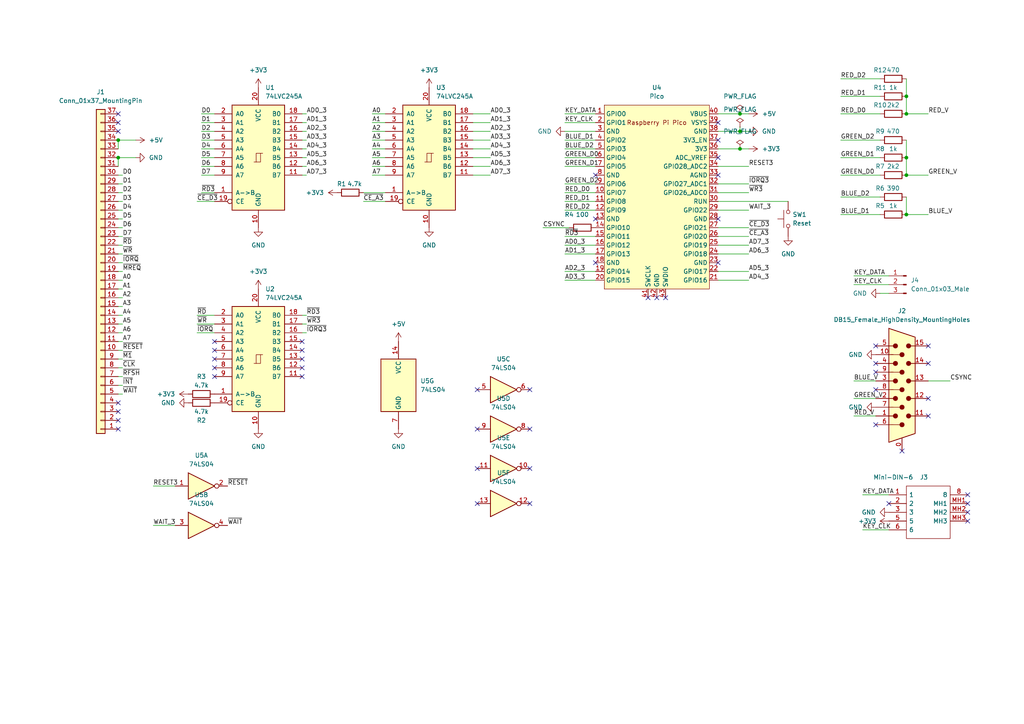
<source format=kicad_sch>
(kicad_sch (version 20211123) (generator eeschema)
  (paper "A4")
  (lib_symbols
    (symbol "74xx:74LS04"
      (property "Reference" "U" (at 0 1.27 0))
      (property "Value" "74LS04" (at 0 -1.27 0))
      (symbol "74LS04_1_0"
        (polyline (pts (xy -3.81 3.81) (xy -3.81 -3.81) (xy 3.81 0) (xy -3.81 3.81)) (stroke (width 0.254)) (fill (type background)))
        (pin input line (at -7.62 0 0) (length 3.81) (name "~") (number "1"))
        (pin output inverted (at 7.62 0 180) (length 3.81) (name "~") (number "2"))
      )
      (symbol "74LS04_2_0"
        (polyline (pts (xy -3.81 3.81) (xy -3.81 -3.81) (xy 3.81 0) (xy -3.81 3.81)) (stroke (width 0.254)) (fill (type background)))
        (pin input line (at -7.62 0 0) (length 3.81) (name "~") (number "3"))
        (pin output inverted (at 7.62 0 180) (length 3.81) (name "~") (number "4"))
      )
      (symbol "74LS04_3_0"
        (polyline (pts (xy -3.81 3.81) (xy -3.81 -3.81) (xy 3.81 0) (xy -3.81 3.81)) (stroke (width 0.254)) (fill (type background)))
        (pin input line (at -7.62 0 0) (length 3.81) (name "~") (number "5"))
        (pin output inverted (at 7.62 0 180) (length 3.81) (name "~") (number "6"))
      )
      (symbol "74LS04_4_0"
        (polyline (pts (xy -3.81 3.81) (xy -3.81 -3.81) (xy 3.81 0) (xy -3.81 3.81)) (stroke (width 0.254)) (fill (type background)))
        (pin output inverted (at 7.62 0 180) (length 3.81) (name "~") (number "8"))
        (pin input line (at -7.62 0 0) (length 3.81) (name "~") (number "9"))
      )
      (symbol "74LS04_5_0"
        (polyline (pts (xy -3.81 3.81) (xy -3.81 -3.81) (xy 3.81 0) (xy -3.81 3.81)) (stroke (width 0.254)) (fill (type background)))
        (pin output inverted (at 7.62 0 180) (length 3.81) (name "~") (number "10"))
        (pin input line (at -7.62 0 0) (length 3.81) (name "~") (number "11"))
      )
      (symbol "74LS04_6_0"
        (polyline (pts (xy -3.81 3.81) (xy -3.81 -3.81) (xy 3.81 0) (xy -3.81 3.81)) (stroke (width 0.254)) (fill (type background)))
        (pin output inverted (at 7.62 0 180) (length 3.81) (name "~") (number "12"))
        (pin input line (at -7.62 0 0) (length 3.81) (name "~") (number "13"))
      )
      (symbol "74LS04_7_0"
        (pin power_in line (at 0 12.7 270) (length 5.08) (name "VCC") (number "14"))
        (pin power_in line (at 0 -12.7 90) (length 5.08) (name "GND") (number "7"))
      )
      (symbol "74LS04_7_1"
        (rectangle (start -5.08 7.62) (end 5.08 -7.62) (stroke (width 0.254)) (fill (type background)))
      )
    )
    (symbol "74xx:74LS245" (pin_names (offset 1.016))
      (property "Reference" "U" (at -7.62 16.51 0))
      (property "Value" "74LS245" (at -7.62 -16.51 0))
      (symbol "74LS245_1_0"
        (polyline (pts (xy -0.635 -1.27) (xy -0.635 1.27) (xy 0.635 1.27)))
        (polyline (pts (xy -1.27 -1.27) (xy 0.635 -1.27) (xy 0.635 1.27) (xy 1.27 1.27)))
        (pin input line (at -12.7 -10.16 0) (length 5.08) (name "A->B") (number "1"))
        (pin power_in line (at 0 -20.32 90) (length 5.08) (name "GND") (number "10"))
        (pin tri_state line (at 12.7 -5.08 180) (length 5.08) (name "B7") (number "11"))
        (pin tri_state line (at 12.7 -2.54 180) (length 5.08) (name "B6") (number "12"))
        (pin tri_state line (at 12.7 0 180) (length 5.08) (name "B5") (number "13"))
        (pin tri_state line (at 12.7 2.54 180) (length 5.08) (name "B4") (number "14"))
        (pin tri_state line (at 12.7 5.08 180) (length 5.08) (name "B3") (number "15"))
        (pin tri_state line (at 12.7 7.62 180) (length 5.08) (name "B2") (number "16"))
        (pin tri_state line (at 12.7 10.16 180) (length 5.08) (name "B1") (number "17"))
        (pin tri_state line (at 12.7 12.7 180) (length 5.08) (name "B0") (number "18"))
        (pin input inverted (at -12.7 -12.7 0) (length 5.08) (name "CE") (number "19"))
        (pin tri_state line (at -12.7 12.7 0) (length 5.08) (name "A0") (number "2"))
        (pin power_in line (at 0 20.32 270) (length 5.08) (name "VCC") (number "20"))
        (pin tri_state line (at -12.7 10.16 0) (length 5.08) (name "A1") (number "3"))
        (pin tri_state line (at -12.7 7.62 0) (length 5.08) (name "A2") (number "4"))
        (pin tri_state line (at -12.7 5.08 0) (length 5.08) (name "A3") (number "5"))
        (pin tri_state line (at -12.7 2.54 0) (length 5.08) (name "A4") (number "6"))
        (pin tri_state line (at -12.7 0 0) (length 5.08) (name "A5") (number "7"))
        (pin tri_state line (at -12.7 -2.54 0) (length 5.08) (name "A6") (number "8"))
        (pin tri_state line (at -12.7 -5.08 0) (length 5.08) (name "A7") (number "9"))
      )
      (symbol "74LS245_1_1"
        (rectangle (start -7.62 15.24) (end 7.62 -15.24) (stroke (width 0.254)) (fill (type background)))
      )
    )
    (symbol "Connector:Conn_01x03_Male" (pin_names (offset 1.016) hide)
      (property "Reference" "J" (at 0 5.08 0))
      (property "Value" "Conn_01x03_Male" (at 0 -5.08 0))
      (symbol "Conn_01x03_Male_1_1"
        (polyline (pts (xy 1.27 -2.54) (xy 0.8636 -2.54)) (stroke (width 0.1524)))
        (polyline (pts (xy 1.27 0) (xy 0.8636 0)) (stroke (width 0.1524)))
        (polyline (pts (xy 1.27 2.54) (xy 0.8636 2.54)) (stroke (width 0.1524)))
        (rectangle (start 0.8636 -2.413) (end 0 -2.667) (stroke (width 0.1524)) (fill (type outline)))
        (rectangle (start 0.8636 0.127) (end 0 -0.127) (stroke (width 0.1524)) (fill (type outline)))
        (rectangle (start 0.8636 2.667) (end 0 2.413) (stroke (width 0.1524)) (fill (type outline)))
        (pin passive line (at 5.08 2.54 180) (length 3.81) (name "Pin_1") (number "1"))
        (pin passive line (at 5.08 0 180) (length 3.81) (name "Pin_2") (number "2"))
        (pin passive line (at 5.08 -2.54 180) (length 3.81) (name "Pin_3") (number "3"))
      )
    )
    (symbol "Connector:DB15_Male_HighDensity_MountingHoles" (pin_names (offset 1.016) hide)
      (property "Reference" "J" (at 0 21.59 0))
      (property "Value" "DB15_Male_HighDensity_MountingHoles" (at 0 19.05 0))
      (symbol "DB15_Male_HighDensity_MountingHoles_0_1"
        (circle (center -1.905 -7.62) (radius 0.635) (fill (type outline)))
        (circle (center -1.905 -2.54) (radius 0.635) (fill (type outline)))
        (circle (center -1.905 2.54) (radius 0.635) (fill (type outline)))
        (circle (center -1.905 7.62) (radius 0.635) (fill (type outline)))
        (circle (center -1.905 12.7) (radius 0.635) (fill (type outline)))
        (circle (center 0 -10.16) (radius 0.635) (fill (type outline)))
        (circle (center 0 -5.08) (radius 0.635) (fill (type outline)))
        (polyline (pts (xy -3.175 -5.08) (xy -0.635 -5.08)))
        (polyline (pts (xy -0.635 -10.16) (xy -3.175 -10.16)))
        (polyline (pts (xy -0.635 0) (xy -3.175 0)))
        (polyline (pts (xy -0.635 5.08) (xy -3.175 5.08)))
        (polyline (pts (xy -0.635 10.16) (xy -3.175 10.16)))
        (polyline (pts (xy -3.81 17.78) (xy -3.81 -15.24) (xy 3.81 -12.7) (xy 3.81 15.24) (xy -3.81 17.78)) (stroke (width 0.254)) (fill (type background)))
        (circle (center 0 0) (radius 0.635) (fill (type outline)))
        (circle (center 0 5.08) (radius 0.635) (fill (type outline)))
        (circle (center 0 10.16) (radius 0.635) (fill (type outline)))
        (circle (center 1.905 -7.62) (radius 0.635) (fill (type outline)))
        (circle (center 1.905 -2.54) (radius 0.635) (fill (type outline)))
        (circle (center 1.905 2.54) (radius 0.635) (fill (type outline)))
        (circle (center 1.905 7.62) (radius 0.635) (fill (type outline)))
        (circle (center 1.905 12.7) (radius 0.635) (fill (type outline)))
      )
      (symbol "DB15_Male_HighDensity_MountingHoles_1_1"
        (pin passive line (at 0 -17.78 90) (length 3.81) (name "~") (number "0"))
        (pin passive line (at -7.62 -7.62 0) (length 5.08) (name "~") (number "1"))
        (pin passive line (at -7.62 10.16 0) (length 5.08) (name "~") (number "10"))
        (pin passive line (at 7.62 -7.62 180) (length 5.08) (name "~") (number "11"))
        (pin passive line (at 7.62 -2.54 180) (length 5.08) (name "~") (number "12"))
        (pin passive line (at 7.62 2.54 180) (length 5.08) (name "~") (number "13"))
        (pin passive line (at 7.62 7.62 180) (length 5.08) (name "~") (number "14"))
        (pin passive line (at 7.62 12.7 180) (length 5.08) (name "~") (number "15"))
        (pin passive line (at -7.62 -2.54 0) (length 5.08) (name "~") (number "2"))
        (pin passive line (at -7.62 2.54 0) (length 5.08) (name "~") (number "3"))
        (pin passive line (at -7.62 7.62 0) (length 5.08) (name "~") (number "4"))
        (pin passive line (at -7.62 12.7 0) (length 5.08) (name "~") (number "5"))
        (pin passive line (at -7.62 -10.16 0) (length 5.08) (name "~") (number "6"))
        (pin passive line (at -7.62 -5.08 0) (length 5.08) (name "~") (number "7"))
        (pin passive line (at -7.62 0 0) (length 5.08) (name "~") (number "8"))
        (pin passive line (at -7.62 5.08 0) (length 5.08) (name "~") (number "9"))
      )
    )
    (symbol "Connector_Generic:Conn_01x37" (pin_names (offset 1.016) hide)
      (property "Reference" "J" (at 0 48.26 0))
      (property "Value" "Conn_01x37" (at 0 -48.26 0))
      (symbol "Conn_01x37_1_1"
        (rectangle (start -1.27 -45.593) (end 0 -45.847) (stroke (width 0.1524)))
        (rectangle (start -1.27 -43.053) (end 0 -43.307) (stroke (width 0.1524)))
        (rectangle (start -1.27 -40.513) (end 0 -40.767) (stroke (width 0.1524)))
        (rectangle (start -1.27 -37.973) (end 0 -38.227) (stroke (width 0.1524)))
        (rectangle (start -1.27 -35.433) (end 0 -35.687) (stroke (width 0.1524)))
        (rectangle (start -1.27 -32.893) (end 0 -33.147) (stroke (width 0.1524)))
        (rectangle (start -1.27 -30.353) (end 0 -30.607) (stroke (width 0.1524)))
        (rectangle (start -1.27 -27.813) (end 0 -28.067) (stroke (width 0.1524)))
        (rectangle (start -1.27 -25.273) (end 0 -25.527) (stroke (width 0.1524)))
        (rectangle (start -1.27 -22.733) (end 0 -22.987) (stroke (width 0.1524)))
        (rectangle (start -1.27 -20.193) (end 0 -20.447) (stroke (width 0.1524)))
        (rectangle (start -1.27 -17.653) (end 0 -17.907) (stroke (width 0.1524)))
        (rectangle (start -1.27 -15.113) (end 0 -15.367) (stroke (width 0.1524)))
        (rectangle (start -1.27 -12.573) (end 0 -12.827) (stroke (width 0.1524)))
        (rectangle (start -1.27 -10.033) (end 0 -10.287) (stroke (width 0.1524)))
        (rectangle (start -1.27 -7.493) (end 0 -7.747) (stroke (width 0.1524)))
        (rectangle (start -1.27 -4.953) (end 0 -5.207) (stroke (width 0.1524)))
        (rectangle (start -1.27 -2.413) (end 0 -2.667) (stroke (width 0.1524)))
        (rectangle (start -1.27 0.127) (end 0 -0.127) (stroke (width 0.1524)))
        (rectangle (start -1.27 2.667) (end 0 2.413) (stroke (width 0.1524)))
        (rectangle (start -1.27 5.207) (end 0 4.953) (stroke (width 0.1524)))
        (rectangle (start -1.27 7.747) (end 0 7.493) (stroke (width 0.1524)))
        (rectangle (start -1.27 10.287) (end 0 10.033) (stroke (width 0.1524)))
        (rectangle (start -1.27 12.827) (end 0 12.573) (stroke (width 0.1524)))
        (rectangle (start -1.27 15.367) (end 0 15.113) (stroke (width 0.1524)))
        (rectangle (start -1.27 17.907) (end 0 17.653) (stroke (width 0.1524)))
        (rectangle (start -1.27 20.447) (end 0 20.193) (stroke (width 0.1524)))
        (rectangle (start -1.27 22.987) (end 0 22.733) (stroke (width 0.1524)))
        (rectangle (start -1.27 25.527) (end 0 25.273) (stroke (width 0.1524)))
        (rectangle (start -1.27 28.067) (end 0 27.813) (stroke (width 0.1524)))
        (rectangle (start -1.27 30.607) (end 0 30.353) (stroke (width 0.1524)))
        (rectangle (start -1.27 33.147) (end 0 32.893) (stroke (width 0.1524)))
        (rectangle (start -1.27 35.687) (end 0 35.433) (stroke (width 0.1524)))
        (rectangle (start -1.27 38.227) (end 0 37.973) (stroke (width 0.1524)))
        (rectangle (start -1.27 40.767) (end 0 40.513) (stroke (width 0.1524)))
        (rectangle (start -1.27 43.307) (end 0 43.053) (stroke (width 0.1524)))
        (rectangle (start -1.27 45.847) (end 0 45.593) (stroke (width 0.1524)))
        (rectangle (start -1.27 46.99) (end 1.27 -46.99) (stroke (width 0.254)) (fill (type background)))
        (pin passive line (at -5.08 45.72 0) (length 3.81) (name "Pin_1") (number "1"))
        (pin passive line (at -5.08 22.86 0) (length 3.81) (name "Pin_10") (number "10"))
        (pin passive line (at -5.08 20.32 0) (length 3.81) (name "Pin_11") (number "11"))
        (pin passive line (at -5.08 17.78 0) (length 3.81) (name "Pin_12") (number "12"))
        (pin passive line (at -5.08 15.24 0) (length 3.81) (name "Pin_13") (number "13"))
        (pin passive line (at -5.08 12.7 0) (length 3.81) (name "Pin_14") (number "14"))
        (pin passive line (at -5.08 10.16 0) (length 3.81) (name "Pin_15") (number "15"))
        (pin passive line (at -5.08 7.62 0) (length 3.81) (name "Pin_16") (number "16"))
        (pin passive line (at -5.08 5.08 0) (length 3.81) (name "Pin_17") (number "17"))
        (pin passive line (at -5.08 2.54 0) (length 3.81) (name "Pin_18") (number "18"))
        (pin passive line (at -5.08 0 0) (length 3.81) (name "Pin_19") (number "19"))
        (pin passive line (at -5.08 43.18 0) (length 3.81) (name "Pin_2") (number "2"))
        (pin passive line (at -5.08 -2.54 0) (length 3.81) (name "Pin_20") (number "20"))
        (pin passive line (at -5.08 -5.08 0) (length 3.81) (name "Pin_21") (number "21"))
        (pin passive line (at -5.08 -7.62 0) (length 3.81) (name "Pin_22") (number "22"))
        (pin passive line (at -5.08 -10.16 0) (length 3.81) (name "Pin_23") (number "23"))
        (pin passive line (at -5.08 -12.7 0) (length 3.81) (name "Pin_24") (number "24"))
        (pin passive line (at -5.08 -15.24 0) (length 3.81) (name "Pin_25") (number "25"))
        (pin passive line (at -5.08 -17.78 0) (length 3.81) (name "Pin_26") (number "26"))
        (pin passive line (at -5.08 -20.32 0) (length 3.81) (name "Pin_27") (number "27"))
        (pin passive line (at -5.08 -22.86 0) (length 3.81) (name "Pin_28") (number "28"))
        (pin passive line (at -5.08 -25.4 0) (length 3.81) (name "Pin_29") (number "29"))
        (pin passive line (at -5.08 40.64 0) (length 3.81) (name "Pin_3") (number "3"))
        (pin passive line (at -5.08 -27.94 0) (length 3.81) (name "Pin_30") (number "30"))
        (pin passive line (at -5.08 -30.48 0) (length 3.81) (name "Pin_31") (number "31"))
        (pin passive line (at -5.08 -33.02 0) (length 3.81) (name "Pin_32") (number "32"))
        (pin passive line (at -5.08 -35.56 0) (length 3.81) (name "Pin_33") (number "33"))
        (pin passive line (at -5.08 -38.1 0) (length 3.81) (name "Pin_34") (number "34"))
        (pin passive line (at -5.08 -40.64 0) (length 3.81) (name "Pin_35") (number "35"))
        (pin passive line (at -5.08 -43.18 0) (length 3.81) (name "Pin_36") (number "36"))
        (pin passive line (at -5.08 -45.72 0) (length 3.81) (name "Pin_37") (number "37"))
        (pin passive line (at -5.08 38.1 0) (length 3.81) (name "Pin_4") (number "4"))
        (pin passive line (at -5.08 35.56 0) (length 3.81) (name "Pin_5") (number "5"))
        (pin passive line (at -5.08 33.02 0) (length 3.81) (name "Pin_6") (number "6"))
        (pin passive line (at -5.08 30.48 0) (length 3.81) (name "Pin_7") (number "7"))
        (pin passive line (at -5.08 27.94 0) (length 3.81) (name "Pin_8") (number "8"))
        (pin passive line (at -5.08 25.4 0) (length 3.81) (name "Pin_9") (number "9"))
      )
    )
    (symbol "Device:R" (pin_numbers hide) (pin_names (offset 0))
      (property "Reference" "R" (at 2.032 0 90))
      (property "Value" "R" (at 0 0 90))
      (symbol "R_0_1"
        (rectangle (start -1.016 -2.54) (end 1.016 2.54) (stroke (width 0.254)))
      )
      (symbol "R_1_1"
        (pin passive line (at 0 3.81 270) (length 1.27) (name "~") (number "1"))
        (pin passive line (at 0 -3.81 90) (length 1.27) (name "~") (number "2"))
      )
    )
    (symbol "KMDGX-6S-BS:KMDGX-6S-BS" (pin_names (offset 0.762))
      (property "Reference" "J" (at 19.05 7.62 0))
      (property "Value" "KMDGX-6S-BS" (at 19.05 5.08 0))
      (symbol "KMDGX-6S-BS_0_0"
        (pin passive line (at 0 0 0) (length 5.08) (name "1") (number "1"))
        (pin passive line (at 0 -2.54 0) (length 5.08) (name "2") (number "2"))
        (pin passive line (at 0 -5.08 0) (length 5.08) (name "3") (number "3"))
        (pin passive line (at 0 -7.62 0) (length 5.08) (name "5") (number "5"))
        (pin passive line (at 0 -10.16 0) (length 5.08) (name "6") (number "6"))
        (pin passive line (at 22.86 0 180) (length 5.08) (name "8") (number "8"))
        (pin passive line (at 22.86 -2.54 180) (length 5.08) (name "MH1") (number "MH1"))
        (pin passive line (at 22.86 -5.08 180) (length 5.08) (name "MH2") (number "MH2"))
        (pin passive line (at 22.86 -7.62 180) (length 5.08) (name "MH3") (number "MH3"))
      )
      (symbol "KMDGX-6S-BS_0_1"
        (polyline (pts (xy 5.08 2.54) (xy 17.78 2.54) (xy 17.78 -12.7) (xy 5.08 -12.7) (xy 5.08 2.54)) (stroke (width 0.1524)))
      )
    )
    (symbol "MCU_RaspberryPi_and_Boards:Pico"
      (property "Reference" "U" (at -13.97 27.94 0))
      (property "Value" "Pico" (at 0 19.05 0))
      (symbol "Pico_0_0"
        (text "Raspberry Pi Pico" (at 0 21.59 0) (effects (font (size 1.27 1.27))))
      )
      (symbol "Pico_0_1"
        (rectangle (start -15.24 26.67) (end 15.24 -26.67) (fill (type background)))
      )
      (symbol "Pico_1_1"
        (pin bidirectional line (at -17.78 24.13 0) (length 2.54) (name "GPIO0") (number "1"))
        (pin bidirectional line (at -17.78 1.27 0) (length 2.54) (name "GPIO7") (number "10"))
        (pin bidirectional line (at -17.78 -1.27 0) (length 2.54) (name "GPIO8") (number "11"))
        (pin bidirectional line (at -17.78 -3.81 0) (length 2.54) (name "GPIO9") (number "12"))
        (pin power_in line (at -17.78 -6.35 0) (length 2.54) (name "GND") (number "13"))
        (pin bidirectional line (at -17.78 -8.89 0) (length 2.54) (name "GPIO10") (number "14"))
        (pin bidirectional line (at -17.78 -11.43 0) (length 2.54) (name "GPIO11") (number "15"))
        (pin bidirectional line (at -17.78 -13.97 0) (length 2.54) (name "GPIO12") (number "16"))
        (pin bidirectional line (at -17.78 -16.51 0) (length 2.54) (name "GPIO13") (number "17"))
        (pin power_in line (at -17.78 -19.05 0) (length 2.54) (name "GND") (number "18"))
        (pin bidirectional line (at -17.78 -21.59 0) (length 2.54) (name "GPIO14") (number "19"))
        (pin bidirectional line (at -17.78 21.59 0) (length 2.54) (name "GPIO1") (number "2"))
        (pin bidirectional line (at -17.78 -24.13 0) (length 2.54) (name "GPIO15") (number "20"))
        (pin bidirectional line (at 17.78 -24.13 180) (length 2.54) (name "GPIO16") (number "21"))
        (pin bidirectional line (at 17.78 -21.59 180) (length 2.54) (name "GPIO17") (number "22"))
        (pin power_in line (at 17.78 -19.05 180) (length 2.54) (name "GND") (number "23"))
        (pin bidirectional line (at 17.78 -16.51 180) (length 2.54) (name "GPIO18") (number "24"))
        (pin bidirectional line (at 17.78 -13.97 180) (length 2.54) (name "GPIO19") (number "25"))
        (pin bidirectional line (at 17.78 -11.43 180) (length 2.54) (name "GPIO20") (number "26"))
        (pin bidirectional line (at 17.78 -8.89 180) (length 2.54) (name "GPIO21") (number "27"))
        (pin power_in line (at 17.78 -6.35 180) (length 2.54) (name "GND") (number "28"))
        (pin bidirectional line (at 17.78 -3.81 180) (length 2.54) (name "GPIO22") (number "29"))
        (pin power_in line (at -17.78 19.05 0) (length 2.54) (name "GND") (number "3"))
        (pin input line (at 17.78 -1.27 180) (length 2.54) (name "RUN") (number "30"))
        (pin bidirectional line (at 17.78 1.27 180) (length 2.54) (name "GPIO26_ADC0") (number "31"))
        (pin bidirectional line (at 17.78 3.81 180) (length 2.54) (name "GPIO27_ADC1") (number "32"))
        (pin power_in line (at 17.78 6.35 180) (length 2.54) (name "AGND") (number "33"))
        (pin bidirectional line (at 17.78 8.89 180) (length 2.54) (name "GPIO28_ADC2") (number "34"))
        (pin power_in line (at 17.78 11.43 180) (length 2.54) (name "ADC_VREF") (number "35"))
        (pin power_in line (at 17.78 13.97 180) (length 2.54) (name "3V3") (number "36"))
        (pin input line (at 17.78 16.51 180) (length 2.54) (name "3V3_EN") (number "37"))
        (pin power_in line (at 17.78 19.05 180) (length 2.54) (name "GND") (number "38"))
        (pin power_in line (at 17.78 21.59 180) (length 2.54) (name "VSYS") (number "39"))
        (pin bidirectional line (at -17.78 16.51 0) (length 2.54) (name "GPIO2") (number "4"))
        (pin power_in line (at 17.78 24.13 180) (length 2.54) (name "VBUS") (number "40"))
        (pin input line (at -2.54 -29.21 90) (length 2.54) (name "SWCLK") (number "41"))
        (pin power_in line (at 0 -29.21 90) (length 2.54) (name "GND") (number "42"))
        (pin bidirectional line (at 2.54 -29.21 90) (length 2.54) (name "SWDIO") (number "43"))
        (pin bidirectional line (at -17.78 13.97 0) (length 2.54) (name "GPIO3") (number "5"))
        (pin bidirectional line (at -17.78 11.43 0) (length 2.54) (name "GPIO4") (number "6"))
        (pin bidirectional line (at -17.78 8.89 0) (length 2.54) (name "GPIO5") (number "7"))
        (pin power_in line (at -17.78 6.35 0) (length 2.54) (name "GND") (number "8"))
        (pin bidirectional line (at -17.78 3.81 0) (length 2.54) (name "GPIO6") (number "9"))
      )
    )
    (symbol "Switch:SW_Push" (pin_numbers hide) (pin_names (offset 1.016) hide)
      (property "Reference" "SW" (at 1.27 2.54 0))
      (property "Value" "SW_Push" (at 0 -1.524 0))
      (symbol "SW_Push_0_1"
        (circle (center -2.032 0) (radius 0.508))
        (polyline (pts (xy 0 1.27) (xy 0 3.048)))
        (polyline (pts (xy 2.54 1.27) (xy -2.54 1.27)))
        (circle (center 2.032 0) (radius 0.508))
        (pin passive line (at -5.08 0 0) (length 2.54) (name "1") (number "1"))
        (pin passive line (at 5.08 0 180) (length 2.54) (name "2") (number "2"))
      )
    )
    (symbol "power:+3.3V" (power) (pin_names (offset 0))
      (property "Value" "+3.3V" (at 0 3.556 0))
      (symbol "+3.3V_0_1"
        (polyline (pts (xy -0.762 1.27) (xy 0 2.54)))
        (polyline (pts (xy 0 0) (xy 0 2.54)))
        (polyline (pts (xy 0 2.54) (xy 0.762 1.27)))
      )
      (symbol "+3.3V_1_1"
        (pin power_in line (at 0 0 90) (length 0) hide (name "+3V3") (number "1"))
      )
    )
    (symbol "power:+5V" (power) (pin_names (offset 0))
      (property "Value" "+5V" (at 0 3.556 0))
      (symbol "+5V_0_1"
        (polyline (pts (xy -0.762 1.27) (xy 0 2.54)))
        (polyline (pts (xy 0 0) (xy 0 2.54)))
        (polyline (pts (xy 0 2.54) (xy 0.762 1.27)))
      )
      (symbol "+5V_1_1"
        (pin power_in line (at 0 0 90) (length 0) hide (name "+5V") (number "1"))
      )
    )
    (symbol "power:GND" (power) (pin_names (offset 0))
      (property "Value" "GND" (at 0 -3.81 0))
      (symbol "GND_0_1"
        (polyline (pts (xy 0 0) (xy 0 -1.27) (xy 1.27 -1.27) (xy 0 -2.54) (xy -1.27 -1.27) (xy 0 -1.27)))
      )
      (symbol "GND_1_1"
        (pin power_in line (at 0 0 270) (length 0) hide (name "GND") (number "1"))
      )
    )
    (symbol "power:PWR_FLAG" (power) (pin_numbers hide) (pin_names (offset 0) hide)
      (property "Value" "PWR_FLAG" (at 0 3.81 0))
      (symbol "PWR_FLAG_0_0"
        (pin power_out line (at 0 0 90) (length 0) (name "pwr") (number "1"))
      )
      (symbol "PWR_FLAG_0_1"
        (polyline (pts (xy 0 0) (xy 0 1.27) (xy -1.016 1.905) (xy 0 2.54) (xy 1.016 1.905) (xy 0 1.27)))
      )
    )
  )
  (junction (at 262.89 45.72))
  (junction (at 262.89 50.8))
  (junction (at 262.89 27.94))
  (junction (at 34.29 45.72))
  (junction (at 34.29 40.64))
  (junction (at 214.63 38.1))
  (junction (at 262.89 62.23))
  (junction (at 214.63 43.18))
  (junction (at 214.63 33.02))
  (junction (at 262.89 33.02))
  (no_connect (at 280.67 143.51))
  (no_connect (at 257.81 146.05))
  (no_connect (at 34.29 119.38))
  (no_connect (at 34.29 38.1))
  (no_connect (at 34.29 35.56))
  (no_connect (at 34.29 33.02))
  (no_connect (at 62.23 99.06))
  (no_connect (at 62.23 101.6))
  (no_connect (at 62.23 104.14))
  (no_connect (at 62.23 106.68))
  (no_connect (at 87.63 109.22))
  (no_connect (at 87.63 106.68))
  (no_connect (at 87.63 104.14))
  (no_connect (at 62.23 109.22))
  (no_connect (at 153.67 113.03))
  (no_connect (at 138.43 113.03))
  (no_connect (at 138.43 124.46))
  (no_connect (at 153.67 124.46))
  (no_connect (at 153.67 135.89))
  (no_connect (at 138.43 135.89))
  (no_connect (at 138.43 146.05))
  (no_connect (at 153.67 146.05))
  (no_connect (at 34.29 124.46))
  (no_connect (at 34.29 121.92))
  (no_connect (at 193.04 86.36))
  (no_connect (at 190.5 86.36))
  (no_connect (at 187.96 86.36))
  (no_connect (at 269.24 115.57))
  (no_connect (at 254 123.19))
  (no_connect (at 254 113.03))
  (no_connect (at 254 100.33))
  (no_connect (at 269.24 120.65))
  (no_connect (at 261.62 130.81))
  (no_connect (at 254 105.41))
  (no_connect (at 254 107.95))
  (no_connect (at 269.24 100.33))
  (no_connect (at 269.24 105.41))
  (no_connect (at 34.29 116.84))
  (no_connect (at 172.72 76.2))
  (no_connect (at 172.72 63.5))
  (no_connect (at 172.72 50.8))
  (no_connect (at 208.28 63.5))
  (no_connect (at 208.28 76.2))
  (no_connect (at 208.28 50.8))
  (no_connect (at 208.28 45.72))
  (no_connect (at 208.28 35.56))
  (no_connect (at 208.28 40.64))
  (no_connect (at 280.67 148.59))
  (no_connect (at 280.67 151.13))
  (no_connect (at 280.67 146.05))
  (no_connect (at 87.63 101.6))
  (no_connect (at 87.63 99.06))
  (wire (pts (xy 58.42 50.8) (xy 62.23 50.8)))
  (wire (pts (xy 243.84 40.64) (xy 255.27 40.64)))
  (wire (pts (xy 137.16 45.72) (xy 142.24 45.72)))
  (wire (pts (xy 87.63 40.64) (xy 88.9 40.64)))
  (wire (pts (xy 163.83 38.1) (xy 172.72 38.1)))
  (wire (pts (xy 208.28 68.58) (xy 217.17 68.58)))
  (wire (pts (xy 34.29 66.04) (xy 35.56 66.04)))
  (wire (pts (xy 137.16 48.26) (xy 142.24 48.26)))
  (wire (pts (xy 34.29 60.96) (xy 35.56 60.96)))
  (wire (pts (xy 250.19 153.67) (xy 257.81 153.67)))
  (wire (pts (xy 214.63 36.83) (xy 214.63 38.1)))
  (wire (pts (xy 87.63 33.02) (xy 88.9 33.02)))
  (wire (pts (xy 208.28 81.28) (xy 217.17 81.28)))
  (wire (pts (xy 214.63 43.18) (xy 217.17 43.18)))
  (wire (pts (xy 208.28 71.12) (xy 217.17 71.12)))
  (wire (pts (xy 163.83 45.72) (xy 172.72 45.72)))
  (wire (pts (xy 57.15 93.98) (xy 62.23 93.98)))
  (wire (pts (xy 34.29 76.2) (xy 35.56 76.2)))
  (wire (pts (xy 57.15 96.52) (xy 62.23 96.52)))
  (wire (pts (xy 58.42 35.56) (xy 62.23 35.56)))
  (wire (pts (xy 87.63 50.8) (xy 88.9 50.8)))
  (wire (pts (xy 34.29 81.28) (xy 35.56 81.28)))
  (wire (pts (xy 107.95 40.64) (xy 111.76 40.64)))
  (wire (pts (xy 107.95 33.02) (xy 111.76 33.02)))
  (wire (pts (xy 163.83 68.58) (xy 172.72 68.58)))
  (wire (pts (xy 44.45 152.4) (xy 50.8 152.4)))
  (wire (pts (xy 34.29 78.74) (xy 35.56 78.74)))
  (wire (pts (xy 243.84 22.86) (xy 255.27 22.86)))
  (wire (pts (xy 262.89 50.8) (xy 269.24 50.8)))
  (wire (pts (xy 243.84 50.8) (xy 255.27 50.8)))
  (wire (pts (xy 34.29 53.34) (xy 35.56 53.34)))
  (wire (pts (xy 208.28 58.42) (xy 228.6 58.42)))
  (wire (pts (xy 34.29 45.72) (xy 34.29 48.26)))
  (wire (pts (xy 208.28 43.18) (xy 214.63 43.18)))
  (wire (pts (xy 243.84 33.02) (xy 255.27 33.02)))
  (wire (pts (xy 243.84 27.94) (xy 255.27 27.94)))
  (wire (pts (xy 255.27 85.09) (xy 257.81 85.09)))
  (wire (pts (xy 262.89 27.94) (xy 262.89 33.02)))
  (wire (pts (xy 163.83 48.26) (xy 172.72 48.26)))
  (wire (pts (xy 262.89 62.23) (xy 269.24 62.23)))
  (wire (pts (xy 262.89 45.72) (xy 262.89 50.8)))
  (wire (pts (xy 208.28 38.1) (xy 214.63 38.1)))
  (wire (pts (xy 34.29 91.44) (xy 35.56 91.44)))
  (wire (pts (xy 87.63 43.18) (xy 88.9 43.18)))
  (wire (pts (xy 34.29 83.82) (xy 35.56 83.82)))
  (wire (pts (xy 58.42 45.72) (xy 62.23 45.72)))
  (wire (pts (xy 137.16 38.1) (xy 142.24 38.1)))
  (wire (pts (xy 57.15 58.42) (xy 62.23 58.42)))
  (wire (pts (xy 137.16 43.18) (xy 142.24 43.18)))
  (wire (pts (xy 247.65 115.57) (xy 254 115.57)))
  (wire (pts (xy 107.95 50.8) (xy 111.76 50.8)))
  (wire (pts (xy 208.28 78.74) (xy 217.17 78.74)))
  (wire (pts (xy 208.28 48.26) (xy 217.17 48.26)))
  (wire (pts (xy 34.29 104.14) (xy 35.56 104.14)))
  (wire (pts (xy 208.28 53.34) (xy 217.17 53.34)))
  (wire (pts (xy 58.42 55.88) (xy 62.23 55.88)))
  (wire (pts (xy 105.41 58.42) (xy 111.76 58.42)))
  (wire (pts (xy 107.95 43.18) (xy 111.76 43.18)))
  (wire (pts (xy 163.83 55.88) (xy 172.72 55.88)))
  (wire (pts (xy 208.28 66.04) (xy 217.17 66.04)))
  (wire (pts (xy 262.89 33.02) (xy 269.24 33.02)))
  (wire (pts (xy 34.29 68.58) (xy 35.56 68.58)))
  (wire (pts (xy 34.29 114.3) (xy 35.56 114.3)))
  (wire (pts (xy 34.29 45.72) (xy 39.37 45.72)))
  (wire (pts (xy 58.42 43.18) (xy 62.23 43.18)))
  (wire (pts (xy 243.84 62.23) (xy 255.27 62.23)))
  (wire (pts (xy 157.48 66.04) (xy 165.1 66.04)))
  (wire (pts (xy 163.83 60.96) (xy 172.72 60.96)))
  (wire (pts (xy 163.83 33.02) (xy 172.72 33.02)))
  (wire (pts (xy 107.95 45.72) (xy 111.76 45.72)))
  (wire (pts (xy 34.29 86.36) (xy 35.56 86.36)))
  (wire (pts (xy 243.84 57.15) (xy 255.27 57.15)))
  (wire (pts (xy 107.95 35.56) (xy 111.76 35.56)))
  (wire (pts (xy 137.16 40.64) (xy 142.24 40.64)))
  (wire (pts (xy 87.63 35.56) (xy 88.9 35.56)))
  (wire (pts (xy 88.9 96.52) (xy 87.63 96.52)))
  (wire (pts (xy 208.28 55.88) (xy 217.17 55.88)))
  (wire (pts (xy 163.83 78.74) (xy 172.72 78.74)))
  (wire (pts (xy 87.63 48.26) (xy 88.9 48.26)))
  (wire (pts (xy 137.16 35.56) (xy 142.24 35.56)))
  (wire (pts (xy 269.24 110.49) (xy 275.59 110.49)))
  (wire (pts (xy 247.65 80.01) (xy 257.81 80.01)))
  (wire (pts (xy 34.29 50.8) (xy 35.56 50.8)))
  (wire (pts (xy 34.29 40.64) (xy 34.29 43.18)))
  (wire (pts (xy 107.95 48.26) (xy 111.76 48.26)))
  (wire (pts (xy 34.29 99.06) (xy 35.56 99.06)))
  (wire (pts (xy 34.29 58.42) (xy 35.56 58.42)))
  (wire (pts (xy 34.29 63.5) (xy 35.56 63.5)))
  (wire (pts (xy 34.29 93.98) (xy 35.56 93.98)))
  (wire (pts (xy 137.16 50.8) (xy 142.24 50.8)))
  (wire (pts (xy 208.28 73.66) (xy 217.17 73.66)))
  (wire (pts (xy 87.63 45.72) (xy 88.9 45.72)))
  (wire (pts (xy 163.83 35.56) (xy 172.72 35.56)))
  (wire (pts (xy 137.16 33.02) (xy 142.24 33.02)))
  (wire (pts (xy 163.83 71.12) (xy 172.72 71.12)))
  (wire (pts (xy 34.29 111.76) (xy 35.56 111.76)))
  (wire (pts (xy 34.29 101.6) (xy 35.56 101.6)))
  (wire (pts (xy 243.84 45.72) (xy 255.27 45.72)))
  (wire (pts (xy 58.42 38.1) (xy 62.23 38.1)))
  (wire (pts (xy 87.63 91.44) (xy 88.9 91.44)))
  (wire (pts (xy 163.83 81.28) (xy 172.72 81.28)))
  (wire (pts (xy 262.89 57.15) (xy 262.89 62.23)))
  (wire (pts (xy 58.42 40.64) (xy 62.23 40.64)))
  (wire (pts (xy 214.63 38.1) (xy 217.17 38.1)))
  (wire (pts (xy 57.15 91.44) (xy 62.23 91.44)))
  (wire (pts (xy 44.45 140.97) (xy 50.8 140.97)))
  (wire (pts (xy 247.65 82.55) (xy 257.81 82.55)))
  (wire (pts (xy 163.83 58.42) (xy 172.72 58.42)))
  (wire (pts (xy 247.65 120.65) (xy 254 120.65)))
  (wire (pts (xy 58.42 48.26) (xy 62.23 48.26)))
  (wire (pts (xy 105.41 55.88) (xy 111.76 55.88)))
  (wire (pts (xy 87.63 93.98) (xy 88.9 93.98)))
  (wire (pts (xy 34.29 71.12) (xy 35.56 71.12)))
  (wire (pts (xy 208.28 33.02) (xy 214.63 33.02)))
  (wire (pts (xy 34.29 73.66) (xy 35.56 73.66)))
  (wire (pts (xy 34.29 40.64) (xy 39.37 40.64)))
  (wire (pts (xy 107.95 38.1) (xy 111.76 38.1)))
  (wire (pts (xy 163.83 73.66) (xy 172.72 73.66)))
  (wire (pts (xy 214.63 33.02) (xy 217.17 33.02)))
  (wire (pts (xy 34.29 55.88) (xy 35.56 55.88)))
  (wire (pts (xy 58.42 33.02) (xy 62.23 33.02)))
  (wire (pts (xy 34.29 106.68) (xy 35.56 106.68)))
  (wire (pts (xy 34.29 109.22) (xy 35.56 109.22)))
  (wire (pts (xy 262.89 40.64) (xy 262.89 45.72)))
  (wire (pts (xy 163.83 53.34) (xy 172.72 53.34)))
  (wire (pts (xy 250.19 143.51) (xy 257.81 143.51)))
  (wire (pts (xy 208.28 60.96) (xy 217.17 60.96)))
  (wire (pts (xy 247.65 110.49) (xy 254 110.49)))
  (wire (pts (xy 262.89 22.86) (xy 262.89 27.94)))
  (wire (pts (xy 34.29 96.52) (xy 35.56 96.52)))
  (wire (pts (xy 34.29 88.9) (xy 35.56 88.9)))
  (wire (pts (xy 163.83 40.64) (xy 172.72 40.64)))
  (wire (pts (xy 163.83 43.18) (xy 172.72 43.18)))
  (wire (pts (xy 87.63 38.1) (xy 88.9 38.1)))
  (label "KEY_DATA" (at 247.65 80.01 0))
  (label "A4" (at 107.95 43.18 0))
  (label "A6" (at 35.56 96.52 0))
  (label "A2" (at 35.56 86.36 0))
  (label "A5" (at 35.56 93.98 0))
  (label "~{INT}" (at 35.56 111.76 0))
  (label "~{IORQ}" (at 35.56 76.2 0))
  (label "A0" (at 35.56 81.28 0))
  (label "RED_V" (at 269.24 33.02 0))
  (label "A1" (at 35.56 83.82 0))
  (label "~{RESET}" (at 35.56 101.6 0))
  (label "~{RD3}" (at 58.42 55.88 0))
  (label "BLUE_V" (at 269.24 62.23 0))
  (label "GREEN_V" (at 269.24 50.8 0))
  (label "WAIT_3" (at 44.45 152.4 0))
  (label "AD7_3" (at 142.24 50.8 0))
  (label "AD0_3" (at 163.83 71.12 0))
  (label "AD4_3" (at 142.24 43.18 0))
  (label "AD5_3" (at 142.24 45.72 0))
  (label "AD1_3" (at 88.9 35.56 0))
  (label "AD1_3" (at 163.83 73.66 0))
  (label "D4" (at 35.56 60.96 0))
  (label "~{IORQ}" (at 57.15 96.52 0))
  (label "AD3_3" (at 163.83 81.28 0))
  (label "~{CE_D3}" (at 217.17 66.04 0))
  (label "GREEN_D2" (at 243.84 40.64 0))
  (label "BLUE_V" (at 247.65 110.49 0))
  (label "D2" (at 35.56 55.88 0))
  (label "AD4_3" (at 217.17 81.28 0))
  (label "~{RESET}" (at 66.04 140.97 0))
  (label "AD3_3" (at 142.24 40.64 0))
  (label "RED_D2" (at 243.84 22.86 0))
  (label "D0" (at 58.42 33.02 0))
  (label "A6" (at 107.95 48.26 0))
  (label "~{RD3}" (at 163.83 68.58 0))
  (label "D1" (at 35.56 53.34 0))
  (label "AD2_3" (at 142.24 38.1 0))
  (label "AD4_3" (at 88.9 43.18 0))
  (label "RESET3" (at 217.17 48.26 0))
  (label "BLUE_D1" (at 163.83 40.64 0))
  (label "~{M1}" (at 35.56 104.14 0))
  (label "D4" (at 58.42 43.18 0))
  (label "AD5_3" (at 217.17 78.74 0))
  (label "GREEN_D1" (at 163.83 48.26 0))
  (label "A3" (at 35.56 88.9 0))
  (label "~{IORQ3}" (at 217.17 53.34 0))
  (label "~{RD}" (at 35.56 71.12 0))
  (label "KEY_DATA" (at 163.83 33.02 0))
  (label "A3" (at 107.95 40.64 0))
  (label "GREEN_D0" (at 163.83 45.72 0))
  (label "A4" (at 35.56 91.44 0))
  (label "AD6_3" (at 217.17 73.66 0))
  (label "D1" (at 58.42 35.56 0))
  (label "CSYNC" (at 157.48 66.04 0))
  (label "~{MREQ}" (at 35.56 78.74 0))
  (label "CSYNC" (at 275.59 110.49 0))
  (label "~{WR}" (at 57.15 93.98 0))
  (label "D6" (at 58.42 48.26 0))
  (label "AD7_3" (at 88.9 50.8 0))
  (label "D5" (at 58.42 45.72 0))
  (label "~{WR}" (at 35.56 73.66 0))
  (label "~{CE_D3}" (at 57.15 58.42 0))
  (label "~{WR3}" (at 217.17 55.88 0))
  (label "AD0_3" (at 142.24 33.02 0))
  (label "WAIT_3" (at 217.17 60.96 0))
  (label "D3" (at 35.56 58.42 0))
  (label "KEY_DATA" (at 250.19 143.51 0))
  (label "KEY_CLK" (at 250.19 153.67 0))
  (label "GREEN_D0" (at 243.84 50.8 0))
  (label "AD2_3" (at 163.83 78.74 0))
  (label "~{RD}" (at 57.15 91.44 0))
  (label "~{IORQ3}" (at 88.9 96.52 0))
  (label "~{RFSH}" (at 35.56 109.22 0))
  (label "AD6_3" (at 142.24 48.26 0))
  (label "AD7_3" (at 217.17 71.12 0))
  (label "GREEN_D2" (at 163.83 53.34 0))
  (label "~{WAIT}" (at 66.04 152.4 0))
  (label "AD5_3" (at 88.9 45.72 0))
  (label "A5" (at 107.95 45.72 0))
  (label "A7" (at 107.95 50.8 0))
  (label "GREEN_D1" (at 243.84 45.72 0))
  (label "D7" (at 58.42 50.8 0))
  (label "~{WAIT}" (at 35.56 114.3 0))
  (label "A0" (at 107.95 33.02 0))
  (label "D0" (at 35.56 50.8 0))
  (label "GREEN_V" (at 247.65 115.57 0))
  (label "AD3_3" (at 88.9 40.64 0))
  (label "BLUE_D2" (at 163.83 43.18 0))
  (label "A2" (at 107.95 38.1 0))
  (label "D5" (at 35.56 63.5 0))
  (label "D6" (at 35.56 66.04 0))
  (label "A7" (at 35.56 99.06 0))
  (label "~{CLK}" (at 35.56 106.68 0))
  (label "RED_D0" (at 243.84 33.02 0))
  (label "RED_V" (at 247.65 120.65 0))
  (label "AD1_3" (at 142.24 35.56 0))
  (label "~{RD3}" (at 88.9 91.44 0))
  (label "AD2_3" (at 88.9 38.1 0))
  (label "~{CE_A3}" (at 105.41 58.42 0))
  (label "~{WR3}" (at 88.9 93.98 0))
  (label "D3" (at 58.42 40.64 0))
  (label "RED_D2" (at 163.83 60.96 0))
  (label "RED_D1" (at 163.83 58.42 0))
  (label "BLUE_D1" (at 243.84 62.23 0))
  (label "D2" (at 58.42 38.1 0))
  (label "~{CE_A3}" (at 217.17 68.58 0))
  (label "KEY_CLK" (at 247.65 82.55 0))
  (label "A1" (at 107.95 35.56 0))
  (label "RED_D0" (at 163.83 55.88 0))
  (label "RED_D1" (at 243.84 27.94 0))
  (label "D7" (at 35.56 68.58 0))
  (label "BLUE_D2" (at 243.84 57.15 0))
  (label "RESET3" (at 44.45 140.97 0))
  (label "AD0_3" (at 88.9 33.02 0))
  (label "KEY_CLK" (at 163.83 35.56 0))
  (label "AD6_3" (at 88.9 48.26 0))
  (symbol (lib_id "power:+5V") (at 39.37 40.64 270) (unit 1)
    (property "Reference" "#PWR0113" (effects hide))
    (property "Value" "+5V" (at 43.18 40.6399 90) (effects (justify left)))
  )
  (symbol (lib_id "Device:R") (at 259.08 33.02 90) (unit 1)
    (property "Reference" "R10" (at 255.27 30.48 90))
    (property "Value" "2k2" (at 259.08 30.48 90))
    (property "Footprint" "Resistor_THT:R_Axial_DIN0207_L6.3mm_D2.5mm_P10.16mm_Horizontal" (effects hide))
  )
  (symbol (lib_id "Device:R") (at 101.6 55.88 270) (unit 1)
    (property "Reference" "R1" (at 99.06 53.34 90))
    (property "Value" "4.7k" (at 102.87 53.34 90))
    (property "Footprint" "Resistor_THT:R_Axial_DIN0207_L6.3mm_D2.5mm_P10.16mm_Horizontal" (effects hide))
  )
  (symbol (lib_id "Connector:Conn_01x03_Male") (at 262.89 82.55 0) (mirror y) (unit 1)
    (property "Reference" "J4" (at 264.16 81.2799 0) (effects (justify right)))
    (property "Value" "Conn_01x03_Male" (at 264.16 83.8199 0) (effects (justify right)))
    (property "Footprint" "Connector_PinHeader_2.54mm:PinHeader_1x03_P2.54mm_Horizontal" (effects hide))
  )
  (symbol (lib_id "power:GND") (at 54.61 116.84 270) (unit 1)
    (property "Reference" "#PWR0109" (effects hide))
    (property "Value" "GND" (at 50.8 116.8399 90) (effects (justify right)))
  )
  (symbol (lib_id "power:GND") (at 124.46 66.04 0) (unit 1)
    (property "Reference" "#PWR0103" (effects hide))
    (property "Value" "GND" (at 124.46 71.12 0))
  )
  (symbol (lib_id "power:GND") (at 115.57 124.46 0) (unit 1)
    (property "Reference" "#PWR0104" (effects hide))
    (property "Value" "GND" (at 115.57 129.54 0))
  )
  (symbol (lib_id "Device:R") (at 168.91 66.04 90) (unit 1)
    (property "Reference" "R4" (at 165.1 62.23 90))
    (property "Value" "100" (at 168.91 62.23 90))
    (property "Footprint" "Resistor_THT:R_Axial_DIN0207_L6.3mm_D2.5mm_P10.16mm_Horizontal" (effects hide))
  )
  (symbol (lib_id "74xx:74LS245") (at 124.46 45.72 0) (unit 1)
    (property "Reference" "U3" (at 126.4794 25.4 0) (effects (justify left)))
    (property "Value" "74LVC245A" (at 126.4794 27.94 0) (effects (justify left)))
    (property "Footprint" "Package_DIP:DIP-20_W7.62mm" (effects hide))
    (property "Datasheet" "http://www.ti.com/lit/gpn/sn74LS245" (effects hide))
  )
  (symbol (lib_id "MCU_RaspberryPi_and_Boards:Pico") (at 190.5 57.15 0) (unit 1)
    (property "Reference" "U4" (at 190.5 25.4 0))
    (property "Value" "Pico" (at 190.5 27.94 0))
    (property "Footprint" "MyLib:RPi_Pico_SMD_TH" (effects hide))
  )
  (symbol (lib_id "Device:R") (at 259.08 57.15 90) (unit 1)
    (property "Reference" "R6" (at 255.27 54.61 90))
    (property "Value" "390" (at 259.08 54.61 90))
    (property "Footprint" "Resistor_THT:R_Axial_DIN0207_L6.3mm_D2.5mm_P10.16mm_Horizontal" (effects hide))
  )
  (symbol (lib_id "power:+3.3V") (at 54.61 114.3 90) (unit 1)
    (property "Reference" "#PWR0115" (effects hide))
    (property "Value" "+3.3V" (at 50.8 114.2999 90) (effects (justify left)))
  )
  (symbol (lib_id "Device:R") (at 259.08 40.64 90) (unit 1)
    (property "Reference" "R9" (at 255.27 38.1 90))
    (property "Value" "470" (at 259.08 38.1 90))
    (property "Footprint" "Resistor_THT:R_Axial_DIN0207_L6.3mm_D2.5mm_P10.16mm_Horizontal" (effects hide))
  )
  (symbol (lib_id "74xx:74LS04") (at 115.57 111.76 0) (unit 7)
    (property "Reference" "U5" (at 121.92 110.4899 0) (effects (justify left)))
    (property "Value" "74LS04" (at 121.92 113.0299 0) (effects (justify left)))
    (property "Footprint" "Package_DIP:DIP-14_W7.62mm" (effects hide))
    (property "Datasheet" "http://www.ti.com/lit/gpn/sn74LS04" (effects hide))
  )
  (symbol (lib_id "Device:R") (at 58.42 116.84 270) (unit 1)
    (property "Reference" "R2" (at 58.42 121.92 90))
    (property "Value" "4.7k" (at 58.42 119.38 90))
    (property "Footprint" "Resistor_THT:R_Axial_DIN0207_L6.3mm_D2.5mm_P10.16mm_Horizontal" (effects hide))
  )
  (symbol (lib_id "Device:R") (at 259.08 62.23 90) (unit 1)
    (property "Reference" "R5" (at 255.27 59.69 90))
    (property "Value" "1k" (at 259.08 59.69 90))
    (property "Footprint" "Resistor_THT:R_Axial_DIN0207_L6.3mm_D2.5mm_P10.16mm_Horizontal" (effects hide))
  )
  (symbol (lib_id "power:+3.3V") (at 124.46 25.4 0) (unit 1)
    (property "Reference" "#PWR0108" (effects hide))
    (property "Value" "+3.3V" (at 124.46 20.32 0))
  )
  (symbol (lib_id "power:+3.3V") (at 97.79 55.88 90) (unit 1)
    (property "Reference" "#PWR0117" (effects hide))
    (property "Value" "+3.3V" (at 93.98 55.8799 90) (effects (justify left)))
  )
  (symbol (lib_id "power:+3.3V") (at 257.81 151.13 90) (unit 1)
    (property "Reference" "#PWR0120" (effects hide))
    (property "Value" "+3.3V" (at 248.92 151.13 90) (effects (justify right)))
  )
  (symbol (lib_id "power:GND") (at 254 118.11 270) (unit 1)
    (property "Reference" "#PWR0119" (effects hide))
    (property "Value" "GND" (at 250.19 118.1099 90) (effects (justify right)))
  )
  (symbol (lib_id "Device:R") (at 259.08 45.72 90) (unit 1)
    (property "Reference" "R8" (at 255.27 43.18 90))
    (property "Value" "1k" (at 259.08 43.18 90))
    (property "Footprint" "Resistor_THT:R_Axial_DIN0207_L6.3mm_D2.5mm_P10.16mm_Horizontal" (effects hide))
  )
  (symbol (lib_id "power:GND") (at 254 102.87 270) (unit 1)
    (property "Reference" "#PWR0118" (effects hide))
    (property "Value" "GND" (at 250.19 102.8699 90) (effects (justify right)))
  )
  (symbol (lib_id "KMDGX-6S-BS:KMDGX-6S-BS") (at 257.81 143.51 0) (unit 1)
    (property "Reference" "J3" (at 267.97 138.43 0))
    (property "Value" "Mini-DIN-6" (at 259.08 138.43 0))
    (property "Footprint" "MyLib:KMDGX6SBS" (effects hide))
    (property "Datasheet" "https://www.kycon.com/Pub_Eng_Draw/KMDGX-xS-BS%20Series.pdf" (effects hide))
    (property "Description" "6 Position Circular Connector Receptacle, Female Sockets Solder" (effects hide))
    (property "Height" "13.3" (effects hide))
    (property "Manufacturer_Name" "Kycon" (effects hide))
    (property "Manufacturer_Part_Number" "KMDGX-6S-BS" (effects hide))
    (property "Mouser Part Number" "806-KMDGX-6S-BS" (effects hide))
    (property "Mouser Price/Stock" "https://www.mouser.co.uk/ProductDetail/Kycon/KMDGX-6S-BS?qs=gomZSfZNELc%252BcxHiGAVThw%3D%3D" (effects hide))
  )
  (symbol (lib_id "74xx:74LS04") (at 146.05 146.05 0) (unit 6)
    (property "Reference" "U5" (at 146.05 137.16 0))
    (property "Value" "74LS04" (at 146.05 139.7 0))
    (property "Footprint" "Package_DIP:DIP-14_W7.62mm" (effects hide))
    (property "Datasheet" "http://www.ti.com/lit/gpn/sn74LS04" (effects hide))
  )
  (symbol (lib_id "power:GND") (at 39.37 45.72 90) (unit 1)
    (property "Reference" "#PWR0114" (effects hide))
    (property "Value" "GND" (at 43.18 45.7199 90) (effects (justify right)))
  )
  (symbol (lib_id "74xx:74LS245") (at 74.93 104.14 0) (unit 1)
    (property "Reference" "U2" (at 76.9494 83.82 0) (effects (justify left)))
    (property "Value" "74LVC245A" (at 76.9494 86.36 0) (effects (justify left)))
    (property "Footprint" "Package_DIP:DIP-20_W7.62mm" (effects hide))
    (property "Datasheet" "http://www.ti.com/lit/gpn/sn74LS245" (effects hide))
  )
  (symbol (lib_id "Device:R") (at 259.08 22.86 90) (unit 1)
    (property "Reference" "R12" (at 255.27 20.32 90))
    (property "Value" "470" (at 259.08 20.32 90))
    (property "Footprint" "Resistor_THT:R_Axial_DIN0207_L6.3mm_D2.5mm_P10.16mm_Horizontal" (effects hide))
  )
  (symbol (lib_id "Device:R") (at 259.08 50.8 90) (unit 1)
    (property "Reference" "R7" (at 255.27 48.26 90))
    (property "Value" "2k2" (at 259.08 48.26 90))
    (property "Footprint" "Resistor_THT:R_Axial_DIN0207_L6.3mm_D2.5mm_P10.16mm_Horizontal" (effects hide))
  )
  (symbol (lib_id "power:GND") (at 257.81 148.59 270) (unit 1)
    (property "Reference" "#PWR0121" (effects hide))
    (property "Value" "GND" (at 254 148.59 90) (effects (justify right)))
  )
  (symbol (lib_id "74xx:74LS04") (at 146.05 135.89 0) (unit 5)
    (property "Reference" "U5" (at 146.05 127 0))
    (property "Value" "74LS04" (at 146.05 129.54 0))
    (property "Footprint" "Package_DIP:DIP-14_W7.62mm" (effects hide))
    (property "Datasheet" "http://www.ti.com/lit/gpn/sn74LS04" (effects hide))
  )
  (symbol (lib_id "74xx:74LS04") (at 58.42 140.97 0) (unit 1)
    (property "Reference" "U5" (at 58.42 132.08 0))
    (property "Value" "74LS04" (at 58.42 134.62 0))
    (property "Footprint" "Package_DIP:DIP-14_W7.62mm" (effects hide))
    (property "Datasheet" "http://www.ti.com/lit/gpn/sn74LS04" (effects hide))
  )
  (symbol (lib_id "Connector_Generic:Conn_01x37") (at 29.21 78.74 180) (unit 1)
    (property "Reference" "J1" (at 29.21 26.67 0))
    (property "Value" "Conn_01x37_MountingPin" (at 29.21 29.21 0))
    (property "Footprint" "Connector_PinHeader_2.54mm:PinHeader_1x37_P2.54mm_Horizontal" (effects hide))
  )
  (symbol (lib_id "Device:R") (at 259.08 27.94 90) (unit 1)
    (property "Reference" "R11" (at 255.27 25.4 90))
    (property "Value" "1k" (at 259.08 25.4 90))
    (property "Footprint" "Resistor_THT:R_Axial_DIN0207_L6.3mm_D2.5mm_P10.16mm_Horizontal" (effects hide))
  )
  (symbol (lib_id "power:+5V") (at 217.17 33.02 270) (unit 1)
    (property "Reference" "#PWR0111" (effects hide))
    (property "Value" "+5V" (at 220.98 33.0199 90) (effects (justify left)))
  )
  (symbol (lib_id "power:GND") (at 163.83 38.1 270) (unit 1)
    (property "Reference" "#PWR0123" (effects hide))
    (property "Value" "GND" (at 160.02 38.0999 90) (effects (justify right)))
  )
  (symbol (lib_id "Switch:SW_Push") (at 228.6 63.5 90) (unit 1)
    (property "Reference" "SW1" (at 229.87 62.2299 90) (effects (justify right)))
    (property "Value" "Reset" (at 229.87 64.7699 90) (effects (justify right)))
    (property "Footprint" "Button_Switch_THT:SW_Tactile_SPST_Angled_PTS645Vx58-2LFS" (effects hide))
  )
  (symbol (lib_id "74xx:74LS04") (at 146.05 124.46 0) (unit 4)
    (property "Reference" "U5" (at 146.05 115.57 0))
    (property "Value" "74LS04" (at 146.05 118.11 0))
    (property "Footprint" "Package_DIP:DIP-14_W7.62mm" (effects hide))
    (property "Datasheet" "http://www.ti.com/lit/gpn/sn74LS04" (effects hide))
  )
  (symbol (lib_id "power:GND") (at 74.93 66.04 0) (unit 1)
    (property "Reference" "#PWR0101" (effects hide))
    (property "Value" "GND" (at 74.93 71.12 0))
  )
  (symbol (lib_id "power:GND") (at 74.93 124.46 0) (unit 1)
    (property "Reference" "#PWR0102" (effects hide))
    (property "Value" "GND" (at 74.93 129.54 0))
  )
  (symbol (lib_id "power:PWR_FLAG") (at 214.63 43.18 0) (unit 1)
    (property "Reference" "#FLG0103" (effects hide))
    (property "Value" "PWR_FLAG" (at 214.63 38.1 0))
  )
  (symbol (lib_id "power:+3.3V") (at 217.17 43.18 270) (unit 1)
    (property "Reference" "#PWR0110" (effects hide))
    (property "Value" "+3.3V" (at 220.98 43.1799 90) (effects (justify left)))
  )
  (symbol (lib_id "power:+3.3V") (at 74.93 25.4 0) (unit 1)
    (property "Reference" "#PWR0107" (effects hide))
    (property "Value" "+3.3V" (at 74.93 20.32 0))
  )
  (symbol (lib_id "74xx:74LS04") (at 146.05 113.03 0) (unit 3)
    (property "Reference" "U5" (at 146.05 104.14 0))
    (property "Value" "74LS04" (at 146.05 106.68 0))
    (property "Footprint" "Package_DIP:DIP-14_W7.62mm" (effects hide))
    (property "Datasheet" "http://www.ti.com/lit/gpn/sn74LS04" (effects hide))
  )
  (symbol (lib_id "power:+5V") (at 115.57 99.06 0) (unit 1)
    (property "Reference" "#PWR0106" (effects hide))
    (property "Value" "+5V" (at 115.57 93.98 0))
  )
  (symbol (lib_id "power:PWR_FLAG") (at 214.63 36.83 0) (unit 1)
    (property "Reference" "#FLG0101" (effects hide))
    (property "Value" "PWR_FLAG" (at 214.63 31.75 0))
  )
  (symbol (lib_id "Device:R") (at 58.42 114.3 270) (unit 1)
    (property "Reference" "R3" (at 58.42 109.22 90))
    (property "Value" "4.7k" (at 58.42 111.76 90))
    (property "Footprint" "Resistor_THT:R_Axial_DIN0207_L6.3mm_D2.5mm_P10.16mm_Horizontal" (effects hide))
  )
  (symbol (lib_id "power:GND") (at 255.27 85.09 270) (unit 1)
    (property "Reference" "#PWR0122" (effects hide))
    (property "Value" "GND" (at 251.46 85.09 90) (effects (justify right)))
  )
  (symbol (lib_id "power:GND") (at 217.17 38.1 90) (unit 1)
    (property "Reference" "#PWR0112" (effects hide))
    (property "Value" "GND" (at 220.98 38.0999 90) (effects (justify right)))
  )
  (symbol (lib_id "Connector:DB15_Male_HighDensity_MountingHoles") (at 261.62 113.03 0) (unit 1)
    (property "Reference" "J2" (at 261.62 90.17 0))
    (property "Value" "DB15_Female_HighDensity_MountingHoles" (at 261.62 92.71 0))
    (property "Footprint" "Connector_Dsub:DSUB-15-HD_Female_Horizontal_P2.29x1.98mm_EdgePinOffset8.35mm_Housed_MountingHolesOffset10.89mm" (effects hide))
    (property "Datasheet" " ~" (effects hide))
  )
  (symbol (lib_id "74xx:74LS04") (at 58.42 152.4 0) (unit 2)
    (property "Reference" "U5" (at 58.42 143.51 0))
    (property "Value" "74LS04" (at 58.42 146.05 0))
    (property "Footprint" "Package_DIP:DIP-14_W7.62mm" (effects hide))
    (property "Datasheet" "http://www.ti.com/lit/gpn/sn74LS04" (effects hide))
  )
  (symbol (lib_id "74xx:74LS245") (at 74.93 45.72 0) (unit 1)
    (property "Reference" "U1" (at 76.9494 25.4 0) (effects (justify left)))
    (property "Value" "74LVC245A" (at 76.9494 27.94 0) (effects (justify left)))
    (property "Footprint" "Package_DIP:DIP-20_W7.62mm" (effects hide))
    (property "Datasheet" "http://www.ti.com/lit/gpn/sn74LS245" (effects hide))
  )
  (symbol (lib_id "power:PWR_FLAG") (at 214.63 33.02 0) (unit 1)
    (property "Reference" "#FLG0102" (effects hide))
    (property "Value" "PWR_FLAG" (at 214.63 27.94 0))
  )
  (symbol (lib_id "power:GND") (at 228.6 68.58 0) (unit 1)
    (property "Reference" "#PWR0116" (effects hide))
    (property "Value" "GND" (at 228.6 73.66 0))
  )
  (symbol (lib_id "power:+3.3V") (at 74.93 83.82 0) (unit 1)
    (property "Reference" "#PWR0105" (effects hide))
    (property "Value" "+3.3V" (at 74.93 78.74 0))
  )
)
</source>
